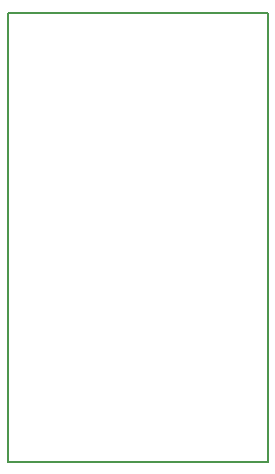
<source format=gbr>
%TF.GenerationSoftware,Altium Limited,Altium Designer,20.2.6 (244)*%
G04 Layer_Color=16711935*
%FSLAX26Y26*%
%MOIN*%
%TF.SameCoordinates,2EAD6035-BE33-4F7B-B0E7-EE8266E33042*%
%TF.FilePolarity,Positive*%
%TF.FileFunction,Keep-out,Top*%
%TF.Part,Single*%
G01*
G75*
%TA.AperFunction,NonConductor*%
%ADD39C,0.007874*%
D39*
X0Y0D02*
X866142D01*
X0D02*
Y1495000D01*
X1063Y1496063D01*
X866142D01*
Y0D02*
Y1496063D01*
%TF.MD5,664f45bd72a0533ed3527863b3cbbacc*%
M02*

</source>
